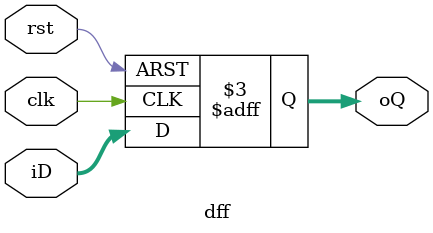
<source format=v>
module dff	#(parameter N=16)	( 
		input clk,rst,
		input [N-1:0] iD,
		output reg [N-1:0] oQ
		);


always @(posedge clk, negedge rst) begin
	if(!rst) begin
		oQ<=0;
	end
	else begin
		oQ<=iD;
	end
end


endmodule

</source>
